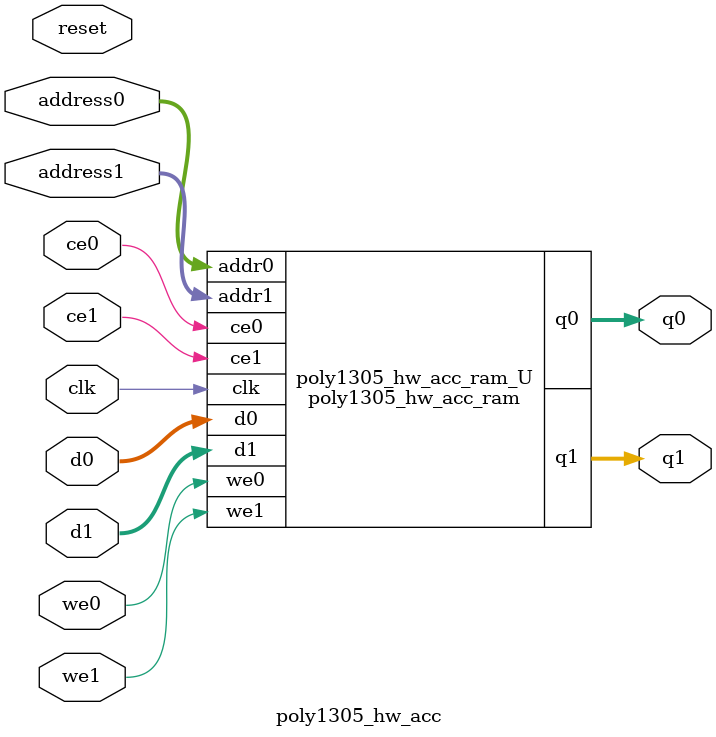
<source format=v>
`timescale 1 ns / 1 ps
module poly1305_hw_acc_ram (addr0, ce0, d0, we0, q0, addr1, ce1, d1, we1, q1,  clk);

parameter DWIDTH = 8;
parameter AWIDTH = 5;
parameter MEM_SIZE = 17;

input[AWIDTH-1:0] addr0;
input ce0;
input[DWIDTH-1:0] d0;
input we0;
output reg[DWIDTH-1:0] q0;
input[AWIDTH-1:0] addr1;
input ce1;
input[DWIDTH-1:0] d1;
input we1;
output reg[DWIDTH-1:0] q1;
input clk;

(* ram_style = "block" *)reg [DWIDTH-1:0] ram[0:MEM_SIZE-1];




always @(posedge clk)  
begin 
    if (ce0) 
    begin
        if (we0) 
        begin 
            ram[addr0] <= d0; 
        end 
        q0 <= ram[addr0];
    end
end


always @(posedge clk)  
begin 
    if (ce1) 
    begin
        if (we1) 
        begin 
            ram[addr1] <= d1; 
        end 
        q1 <= ram[addr1];
    end
end


endmodule

`timescale 1 ns / 1 ps
module poly1305_hw_acc(
    reset,
    clk,
    address0,
    ce0,
    we0,
    d0,
    q0,
    address1,
    ce1,
    we1,
    d1,
    q1);

parameter DataWidth = 32'd8;
parameter AddressRange = 32'd17;
parameter AddressWidth = 32'd5;
input reset;
input clk;
input[AddressWidth - 1:0] address0;
input ce0;
input we0;
input[DataWidth - 1:0] d0;
output[DataWidth - 1:0] q0;
input[AddressWidth - 1:0] address1;
input ce1;
input we1;
input[DataWidth - 1:0] d1;
output[DataWidth - 1:0] q1;



poly1305_hw_acc_ram poly1305_hw_acc_ram_U(
    .clk( clk ),
    .addr0( address0 ),
    .ce0( ce0 ),
    .we0( we0 ),
    .d0( d0 ),
    .q0( q0 ),
    .addr1( address1 ),
    .ce1( ce1 ),
    .we1( we1 ),
    .d1( d1 ),
    .q1( q1 ));

endmodule


</source>
